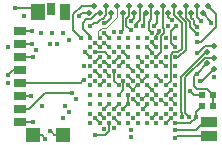
<source format=gbr>
G04 #@! TF.GenerationSoftware,KiCad,Pcbnew,(5.1.0)-1*
G04 #@! TF.CreationDate,2019-09-19T19:12:11-07:00*
G04 #@! TF.ProjectId,WireFreeV4_Release,57697265-4672-4656-9556-345f52656c65,rev?*
G04 #@! TF.SameCoordinates,Original*
G04 #@! TF.FileFunction,Copper,L1,Top*
G04 #@! TF.FilePolarity,Positive*
%FSLAX46Y46*%
G04 Gerber Fmt 4.6, Leading zero omitted, Abs format (unit mm)*
G04 Created by KiCad (PCBNEW (5.1.0)-1) date 2019-09-19 19:12:11*
%MOMM*%
%LPD*%
G04 APERTURE LIST*
%ADD10C,0.370000*%
%ADD11C,0.508000*%
%ADD12R,1.320800X0.812800*%
%ADD13R,0.900000X1.400000*%
%ADD14R,0.700000X1.000000*%
%ADD15R,1.200000X1.450000*%
%ADD16R,1.000000X0.700000*%
%ADD17R,1.200000X1.150000*%
%ADD18R,0.580000X0.630000*%
%ADD19C,0.450000*%
%ADD20C,0.152400*%
%ADD21C,0.101600*%
G04 APERTURE END LIST*
D10*
X124864400Y-91738220D03*
X125664400Y-91738220D03*
X126464400Y-91738220D03*
X127264400Y-91738220D03*
X128064400Y-91738220D03*
X128864400Y-91738220D03*
X129664400Y-91738220D03*
X130464400Y-91738220D03*
X131264400Y-91738220D03*
X132064400Y-91738220D03*
X124864400Y-92538220D03*
X125664400Y-92538220D03*
X126464400Y-92538220D03*
X127264400Y-92538220D03*
X128064400Y-92538220D03*
X128864400Y-92538220D03*
X129664400Y-92538220D03*
X130464400Y-92538220D03*
X131264400Y-92538220D03*
X132064400Y-92538220D03*
X124864400Y-93338220D03*
X125664400Y-93338220D03*
X126464400Y-93338220D03*
X127264400Y-93338220D03*
X128064400Y-93338220D03*
X128864400Y-93338220D03*
X129664400Y-93338220D03*
X130464400Y-93338220D03*
X131264400Y-93338220D03*
X132064400Y-93338220D03*
X124864400Y-94138220D03*
X125664400Y-94138220D03*
X126464400Y-94138220D03*
X127264400Y-94138220D03*
X128064400Y-94138220D03*
X128864400Y-94138220D03*
X129664400Y-94138220D03*
X130464400Y-94138220D03*
X131264400Y-94138220D03*
X132064400Y-94138220D03*
X124864400Y-94938220D03*
X125664400Y-94938220D03*
X126464400Y-94938220D03*
X127264400Y-94938220D03*
X128064400Y-94938220D03*
X128864400Y-94938220D03*
X129664400Y-94938220D03*
X130464400Y-94938220D03*
X131264400Y-94938220D03*
X132064400Y-94938220D03*
X124864400Y-95738220D03*
X125664400Y-95738220D03*
X126464400Y-95738220D03*
X127264400Y-95738220D03*
X128064400Y-95738220D03*
X128864400Y-95738220D03*
X129664400Y-95738220D03*
X130464400Y-95738220D03*
X131264400Y-95738220D03*
X132064400Y-95738220D03*
X124864400Y-96538220D03*
X125664400Y-96538220D03*
X126464400Y-96538220D03*
X127264400Y-96538220D03*
X128064400Y-96538220D03*
X128864400Y-96538220D03*
X129664400Y-96538220D03*
X130464400Y-96538220D03*
X131264400Y-96538220D03*
X132064400Y-96538220D03*
X124864400Y-97338220D03*
X125664400Y-97338220D03*
X126464400Y-97338220D03*
X127264400Y-97338220D03*
X128064400Y-97338220D03*
X128864400Y-97338220D03*
X129664400Y-97338220D03*
X130464400Y-97338220D03*
X131264400Y-97338220D03*
X132064400Y-97338220D03*
X124864400Y-98138220D03*
X125664400Y-98138220D03*
X126464400Y-98138220D03*
X127264400Y-98138220D03*
X128064400Y-98138220D03*
X128864400Y-98138220D03*
X129664400Y-98138220D03*
X130464400Y-98138220D03*
X131264400Y-98138220D03*
X132064400Y-98138220D03*
X124864400Y-98938220D03*
X125664400Y-98938220D03*
X126464400Y-98938220D03*
X127264400Y-98938220D03*
X128064400Y-98938220D03*
X128864400Y-98938220D03*
X129664400Y-98938220D03*
X130464400Y-98938220D03*
X131264400Y-98938220D03*
X132064400Y-98938220D03*
D11*
X134858759Y-89049860D03*
X134376160Y-89659460D03*
X133893550Y-89049860D03*
X133410951Y-89659460D03*
X132928351Y-89049860D03*
X132445752Y-89659460D03*
X131963152Y-89049860D03*
X131480553Y-89659460D03*
X130997953Y-89049860D03*
X130515354Y-89659460D03*
X130032754Y-89049860D03*
X129550155Y-89659460D03*
X129067555Y-89049860D03*
X128584956Y-89659460D03*
X128102356Y-89049860D03*
X127619757Y-89659460D03*
X127137157Y-89049860D03*
X126654558Y-89659460D03*
X126171958Y-89049860D03*
X125689359Y-89659460D03*
X125206759Y-89049860D03*
X124724160Y-89659460D03*
D12*
X134927340Y-98884740D03*
X134927340Y-100027740D03*
D13*
X122725500Y-89496000D03*
D14*
X121575500Y-89296000D03*
D15*
X120425500Y-89521000D03*
D16*
X118935500Y-91146000D03*
X118935500Y-92246000D03*
X118935500Y-97746000D03*
X118935500Y-96646000D03*
X118935500Y-93346000D03*
X118935500Y-94446000D03*
X118935500Y-95546000D03*
X118935500Y-98846000D03*
D17*
X119985500Y-99921000D03*
X122575500Y-99921000D03*
D11*
X135333740Y-92433140D03*
X134724140Y-92915739D03*
X135333740Y-93398339D03*
X134724140Y-93880938D03*
X135333740Y-94363538D03*
D18*
X135214860Y-97487740D03*
X134324860Y-97487740D03*
X135214860Y-96563180D03*
X134324860Y-96563180D03*
D19*
X119829580Y-96649540D03*
X122580400Y-98501200D03*
X125242320Y-99933760D03*
X128292860Y-100162360D03*
X124310140Y-94089220D03*
X120238520Y-92781120D03*
X117891560Y-92504260D03*
X121066560Y-100279200D03*
X121452640Y-99585780D03*
X118518940Y-89171780D03*
X128463040Y-98536760D03*
X132062220Y-99501960D03*
X131660900Y-97750840D03*
X129265680Y-96936560D03*
X129293620Y-97750840D03*
X130063240Y-96124820D03*
X126865380Y-94548341D03*
X126862840Y-92937120D03*
X129265380Y-95353952D03*
X128468120Y-95353952D03*
X125260100Y-95359895D03*
X123063000Y-91948000D03*
X133858000Y-94767400D03*
X130248660Y-90728800D03*
X132036820Y-100208080D03*
X126842520Y-91269820D03*
X122717560Y-97482660D03*
X126039880Y-99402900D03*
X119234540Y-89855720D03*
X128468097Y-96124820D03*
X130863340Y-96945240D03*
X128468120Y-96930420D03*
X127662940Y-93742739D03*
X130867360Y-95353952D03*
X130065780Y-91340940D03*
X130061750Y-93734670D03*
X122084750Y-92276010D03*
X122593100Y-91315540D03*
X135351520Y-95039180D03*
X117894100Y-94896940D03*
X123040140Y-98031300D03*
X123642118Y-96923860D03*
X135063920Y-90474800D03*
X131476805Y-90747319D03*
X134148610Y-95412560D03*
X131658360Y-98553060D03*
X133319520Y-96248220D03*
X133786880Y-98397060D03*
X130063240Y-98536760D03*
X127662940Y-95353952D03*
X130864009Y-98536938D03*
X130060700Y-96939100D03*
X127654260Y-97750840D03*
X128463040Y-94543251D03*
X119895620Y-91147900D03*
X119903240Y-92240100D03*
X123342203Y-96419967D03*
X119987060Y-93345000D03*
X124336722Y-95276717D03*
X119989600Y-98846640D03*
X123918980Y-89910920D03*
X132097780Y-90751660D03*
X127662940Y-92932049D03*
X124104400Y-91734638D03*
X124866398Y-90726260D03*
X129249618Y-94543880D03*
X126062740Y-92128959D03*
X125997750Y-90504767D03*
X127451406Y-91262011D03*
X130063240Y-92116690D03*
X128269350Y-91089712D03*
X125256080Y-92137450D03*
X124454920Y-92928440D03*
X128289260Y-90335100D03*
X128754707Y-90749120D03*
X125265180Y-93748672D03*
X129307240Y-90752580D03*
X125265180Y-94554283D03*
X131790440Y-90251280D03*
X130063240Y-92995970D03*
X130872440Y-93734670D03*
X133920450Y-91417140D03*
X130642360Y-91180920D03*
X133920450Y-90832212D03*
X129261863Y-93737220D03*
X134222000Y-90288996D03*
X131663440Y-96139000D03*
X133920450Y-92046681D03*
X126853977Y-93742730D03*
X125265180Y-98539300D03*
X121460260Y-92252800D03*
X125265180Y-92943061D03*
X120810020Y-97459800D03*
X125992680Y-91310368D03*
X126858235Y-98535215D03*
X126848650Y-97750850D03*
X133920450Y-93050297D03*
X126067820Y-94554283D03*
X126060200Y-97744280D03*
X132615940Y-98397060D03*
X128295400Y-99491800D03*
X126060200Y-98536760D03*
X126870460Y-99380040D03*
X133207760Y-98397060D03*
X131664574Y-96936139D03*
X117899180Y-95547180D03*
X126065280Y-93742309D03*
X120672429Y-91277440D03*
X126065280Y-95338900D03*
X121612660Y-91335860D03*
D20*
X118935500Y-96646000D02*
X119826040Y-96646000D01*
X119826040Y-96646000D02*
X119829580Y-96649540D01*
X119985500Y-99921000D02*
X120737900Y-99921000D01*
X121066560Y-100249660D02*
X121066560Y-100279200D01*
X120737900Y-99921000D02*
X121066560Y-100249660D01*
X122575500Y-99921000D02*
X121787860Y-99921000D01*
X121677639Y-99810779D02*
X121452640Y-99585780D01*
X121787860Y-99921000D02*
X121677639Y-99810779D01*
X120076280Y-89171780D02*
X118518940Y-89171780D01*
X120425500Y-89521000D02*
X120076280Y-89171780D01*
X135214860Y-97487740D02*
X135214860Y-96563180D01*
X133832600Y-99501960D02*
X132062220Y-99501960D01*
X134940040Y-98645980D02*
X134686040Y-98645980D01*
X134688580Y-98645980D02*
X133832600Y-99501960D01*
X129664400Y-97338220D02*
X129664400Y-97335280D01*
X129664020Y-96538220D02*
X129265680Y-96936560D01*
X129664400Y-96538220D02*
X129664020Y-96538220D01*
X129664400Y-97380060D02*
X129293620Y-97750840D01*
X129664400Y-97338220D02*
X129664400Y-97380060D01*
X130464400Y-96538220D02*
X130464400Y-96525980D01*
X130464400Y-96525980D02*
X130063240Y-96124820D01*
X129676640Y-95738220D02*
X130063240Y-96124820D01*
X129664400Y-95738220D02*
X129676640Y-95738220D01*
X125560518Y-99933760D02*
X125242320Y-99933760D01*
X126105166Y-99933760D02*
X125560518Y-99933760D01*
X126464400Y-99574526D02*
X126105166Y-99933760D01*
X126464400Y-98938220D02*
X126464400Y-99574526D01*
X127264400Y-95738220D02*
X126865380Y-95339200D01*
X126865380Y-94866539D02*
X126865380Y-94548341D01*
X126865380Y-95339200D02*
X126865380Y-94866539D01*
X128468120Y-95341940D02*
X128468120Y-95353952D01*
X129265380Y-95339200D02*
X129265380Y-95353952D01*
X128064400Y-94938220D02*
X128468120Y-95341940D01*
X129265380Y-95337240D02*
X129265380Y-95353952D01*
X128864400Y-94938220D02*
X129265380Y-95339200D01*
X129664400Y-94938220D02*
X129265380Y-95337240D01*
X133858000Y-94747078D02*
X133858000Y-94767400D01*
X135214860Y-96563180D02*
X135214860Y-96538180D01*
X134724140Y-93880938D02*
X133858000Y-94747078D01*
X134722818Y-96046138D02*
X133917538Y-96046138D01*
X133633001Y-94992399D02*
X133858000Y-94767400D01*
X135214860Y-96538180D02*
X134722818Y-96046138D01*
X133633001Y-95761601D02*
X133633001Y-94992399D01*
X133917538Y-96046138D02*
X133633001Y-95761601D01*
X130515354Y-90462106D02*
X130515354Y-89659460D01*
X130515354Y-90462106D02*
X130248660Y-90728800D01*
X134927340Y-100027740D02*
X132217160Y-100027740D01*
X132217160Y-100027740D02*
X132036820Y-100208080D01*
X128064400Y-95738220D02*
X128081497Y-95738220D01*
X128081497Y-95738220D02*
X128468097Y-96124820D01*
X128854697Y-95738220D02*
X128468097Y-96124820D01*
X128864400Y-95738220D02*
X128854697Y-95738220D01*
X131264400Y-97338220D02*
X131256320Y-97338220D01*
X131256320Y-97338220D02*
X130863340Y-96945240D01*
X128864400Y-97338220D02*
X128864400Y-97326700D01*
X128864400Y-97326700D02*
X128468120Y-96930420D01*
X127659881Y-93742739D02*
X127662940Y-93742739D01*
X127264400Y-94138220D02*
X127659881Y-93742739D01*
X130867360Y-95341180D02*
X130867360Y-95353952D01*
X130464400Y-94938220D02*
X130867360Y-95341180D01*
X130032754Y-89409070D02*
X130032754Y-89049860D01*
X130032754Y-90129366D02*
X130032754Y-89409070D01*
X129813652Y-90348468D02*
X130032754Y-90129366D01*
X130065780Y-91340940D02*
X129813652Y-91088812D01*
X129813652Y-91088812D02*
X129813652Y-90348468D01*
X118935500Y-94446000D02*
X118345040Y-94446000D01*
X118345040Y-94446000D02*
X117894100Y-94896940D01*
X135063920Y-90347220D02*
X135063920Y-90474800D01*
X134376160Y-89659460D02*
X135063920Y-90347220D01*
X134284718Y-95412560D02*
X134148610Y-95412560D01*
X135333740Y-94363538D02*
X134284718Y-95412560D01*
X131264400Y-98938220D02*
X131273200Y-98938220D01*
X131273200Y-98938220D02*
X131658360Y-98553060D01*
X134324860Y-96563180D02*
X133634480Y-96563180D01*
X133544519Y-96473219D02*
X133319520Y-96248220D01*
X133634480Y-96563180D02*
X133544519Y-96473219D01*
X133786880Y-98025720D02*
X134324860Y-97487740D01*
X133786880Y-98493120D02*
X133786880Y-98397060D01*
X132064400Y-98938220D02*
X133341780Y-98938220D01*
X133341780Y-98938220D02*
X133786880Y-98493120D01*
X133786880Y-98397060D02*
X133786880Y-98025720D01*
X130065860Y-98536760D02*
X130464400Y-98138220D01*
X130063240Y-98536760D02*
X130065860Y-98536760D01*
X127264400Y-96538220D02*
X127662940Y-96139680D01*
X127662940Y-95672150D02*
X127662940Y-95353952D01*
X127662940Y-96139680D02*
X127662940Y-95672150D01*
X128064400Y-94138220D02*
X128064400Y-94144611D01*
X128064400Y-94144611D02*
X128463040Y-94543251D01*
X130464400Y-97338220D02*
X130459820Y-97338220D01*
X130459820Y-97338220D02*
X130060700Y-96939100D01*
X128064400Y-97340700D02*
X127654260Y-97750840D01*
X128064400Y-97338220D02*
X128064400Y-97340700D01*
X128064400Y-96538220D02*
X128064400Y-97338220D01*
X118937400Y-91147900D02*
X118935500Y-91146000D01*
X119895620Y-91147900D02*
X118937400Y-91147900D01*
X118941400Y-92240100D02*
X118935500Y-92246000D01*
X119903240Y-92240100D02*
X118941400Y-92240100D01*
X123024005Y-96419967D02*
X123342203Y-96419967D01*
X119713560Y-97746000D02*
X121039593Y-96419967D01*
X121039593Y-96419967D02*
X123024005Y-96419967D01*
X118935500Y-97746000D02*
X119713560Y-97746000D01*
X118936500Y-93345000D02*
X118935500Y-93346000D01*
X119987060Y-93345000D02*
X118936500Y-93345000D01*
X124111723Y-95501716D02*
X124336722Y-95276717D01*
X124067439Y-95546000D02*
X124111723Y-95501716D01*
X118935500Y-95546000D02*
X124067439Y-95546000D01*
X118936140Y-98846640D02*
X118935500Y-98846000D01*
X119989600Y-98846640D02*
X118936140Y-98846640D01*
X123918980Y-89905840D02*
X123918980Y-89910920D01*
X124170440Y-89659460D02*
X124724160Y-89659460D01*
X123918980Y-89910920D02*
X124170440Y-89659460D01*
X131663032Y-91186408D02*
X132097780Y-90751660D01*
X132064400Y-92538220D02*
X131663032Y-92136852D01*
X131663032Y-92136852D02*
X131663032Y-91186408D01*
X128064400Y-93338220D02*
X128064400Y-93337520D01*
X128064400Y-93337520D02*
X127662940Y-92936060D01*
X127662940Y-92936060D02*
X127662940Y-92932049D01*
X124847549Y-89049860D02*
X125206759Y-89049860D01*
X124128138Y-89049860D02*
X124847549Y-89049860D01*
X123431300Y-89746698D02*
X124128138Y-89049860D01*
X124104400Y-91734638D02*
X123431300Y-91061538D01*
X123431300Y-91061538D02*
X123431300Y-89746698D01*
X124864400Y-91582780D02*
X124864400Y-91738220D01*
X125689359Y-89659460D02*
X125460760Y-89659460D01*
X124955100Y-90165120D02*
X124534840Y-90165120D01*
X124534840Y-90165120D02*
X124243639Y-90456321D01*
X125460760Y-89659460D02*
X124955100Y-90165120D01*
X124243639Y-90456321D02*
X124243639Y-90962019D01*
X124243639Y-90962019D02*
X124864400Y-91582780D01*
X128864400Y-94138220D02*
X128864400Y-94135960D01*
X126171958Y-89765076D02*
X126171958Y-89049860D01*
X128864400Y-94158662D02*
X129249618Y-94543880D01*
X128864400Y-94138220D02*
X128864400Y-94158662D01*
X125153418Y-90439240D02*
X124866398Y-90726260D01*
X125455680Y-90439240D02*
X125153418Y-90439240D01*
X125803659Y-90091261D02*
X125455680Y-90439240D01*
X125896624Y-90091261D02*
X125803659Y-90091261D01*
X126171958Y-89710260D02*
X126171958Y-89815927D01*
X126171958Y-89815927D02*
X125896624Y-90091261D01*
X126062740Y-92136560D02*
X126062740Y-92128959D01*
X126464400Y-92538220D02*
X126062740Y-92136560D01*
X126168461Y-90504767D02*
X125997750Y-90504767D01*
X126654558Y-90018670D02*
X126168461Y-90504767D01*
X126654558Y-89659460D02*
X126654558Y-90018670D01*
D21*
X127137157Y-89409070D02*
X127137157Y-89049860D01*
X125664400Y-91738220D02*
X125542040Y-91615860D01*
X125542040Y-91182709D02*
X125812432Y-90912317D01*
X125812432Y-90912317D02*
X126171698Y-90912317D01*
X125542040Y-91615860D02*
X125542040Y-91182709D01*
X126171698Y-90912317D02*
X127137157Y-89946858D01*
X127137157Y-89946858D02*
X127137157Y-89409070D01*
D20*
X127619757Y-91093660D02*
X127451406Y-91262011D01*
X127619757Y-90218263D02*
X127619757Y-89659460D01*
X127619757Y-91093660D02*
X127619757Y-90218263D01*
X130063240Y-92137060D02*
X130063240Y-92116690D01*
X130464400Y-92538220D02*
X130063240Y-92137060D01*
X125267720Y-92141540D02*
X125267720Y-92128959D01*
X125664400Y-92538220D02*
X125267720Y-92141540D01*
X125263630Y-92137450D02*
X125256080Y-92137450D01*
X125267720Y-92141540D02*
X125263630Y-92137450D01*
X128102356Y-89885524D02*
X128102356Y-89049860D01*
X127886460Y-90101420D02*
X128102356Y-89885524D01*
X128269350Y-91089712D02*
X127886460Y-90706822D01*
X127886460Y-90706822D02*
X127886460Y-90101420D01*
X124864400Y-93338220D02*
X124864400Y-93337920D01*
X124864400Y-93337920D02*
X124454920Y-92928440D01*
X128584956Y-90039404D02*
X128289260Y-90335100D01*
X128584956Y-90039404D02*
X128584956Y-89659460D01*
X125664400Y-93338220D02*
X125664400Y-93348580D01*
X125664400Y-93338220D02*
X125265180Y-93737440D01*
X125265180Y-93737440D02*
X125265180Y-93748672D01*
X129067555Y-89409070D02*
X129067555Y-89049860D01*
X129067555Y-90256365D02*
X129067555Y-89409070D01*
X128754707Y-90749120D02*
X128754707Y-90569213D01*
X128754707Y-90569213D02*
X129067555Y-90256365D01*
X125280463Y-94554283D02*
X125265180Y-94554283D01*
X125664400Y-94938220D02*
X125280463Y-94554283D01*
X129442288Y-89767327D02*
X129550155Y-89659460D01*
X129307240Y-90752580D02*
X129442288Y-90617532D01*
X129442288Y-90617532D02*
X129442288Y-89767327D01*
X130997953Y-90891353D02*
X130997953Y-89049860D01*
X131089297Y-90982697D02*
X130997953Y-90891353D01*
X131089297Y-91345219D02*
X131089297Y-90982697D01*
X130862493Y-91572023D02*
X131089297Y-91345219D01*
X130464400Y-93338220D02*
X130862493Y-92940127D01*
X130862493Y-92940127D02*
X130862493Y-91572023D01*
X131480553Y-89941393D02*
X131790440Y-90251280D01*
X131480553Y-89659460D02*
X131480553Y-89941393D01*
X129664400Y-92538220D02*
X130063240Y-92937060D01*
X130063240Y-92937060D02*
X130063240Y-92995970D01*
X131963152Y-89409070D02*
X131963152Y-89049860D01*
X131963152Y-89816893D02*
X131963152Y-89409070D01*
X131665400Y-95337220D02*
X131665400Y-93152440D01*
X131264400Y-95738220D02*
X131665400Y-95337220D01*
X131665400Y-93152440D02*
X131875519Y-92942321D01*
X132595620Y-90449361D02*
X131963152Y-89816893D01*
X131875519Y-92942321D02*
X132297259Y-92942321D01*
X132297259Y-92942321D02*
X132595620Y-92643960D01*
X132595620Y-92643960D02*
X132595620Y-90449361D01*
X132326029Y-93338220D02*
X132064400Y-93338220D01*
X132948632Y-92715617D02*
X132326029Y-93338220D01*
X132948632Y-90414362D02*
X132948632Y-92715617D01*
X132445752Y-89659460D02*
X132445752Y-89911482D01*
X132445752Y-89911482D02*
X132948632Y-90414362D01*
X131264400Y-94138220D02*
X131264400Y-94137220D01*
X131264400Y-94138220D02*
X130872440Y-93746260D01*
X130872440Y-93746260D02*
X130872440Y-93734670D01*
X133286500Y-90783190D02*
X133695451Y-91192141D01*
X132928351Y-89049860D02*
X132928351Y-90018014D01*
X133286500Y-90376163D02*
X133286500Y-90783190D01*
X132928351Y-90018014D02*
X133286500Y-90376163D01*
X133695451Y-91192141D02*
X133920450Y-91417140D01*
X130642360Y-91298631D02*
X130642360Y-91180920D01*
X130464400Y-91738220D02*
X130464400Y-91476591D01*
X130464400Y-91476591D02*
X130642360Y-91298631D01*
X133639571Y-90247290D02*
X133639571Y-90551333D01*
X133639571Y-90551333D02*
X133695451Y-90607213D01*
X133410951Y-90018670D02*
X133639571Y-90247290D01*
X133410951Y-89659460D02*
X133410951Y-90018670D01*
X133695451Y-90607213D02*
X133920450Y-90832212D01*
X128864400Y-93338220D02*
X128864400Y-93339757D01*
X128864400Y-93339757D02*
X129261863Y-93737220D01*
X133893550Y-89960546D02*
X134222000Y-90288996D01*
X133893550Y-89049860D02*
X133893550Y-89960546D01*
X131264400Y-96538220D02*
X131264400Y-96538040D01*
X131264400Y-96538040D02*
X131663440Y-96139000D01*
X134858759Y-89049860D02*
X135487619Y-89678720D01*
X135487619Y-90797710D02*
X134238648Y-92046681D01*
X134238648Y-92046681D02*
X133920450Y-92046681D01*
X135487619Y-89678720D02*
X135487619Y-90797710D01*
X127264400Y-93338220D02*
X126859890Y-93742730D01*
X126859890Y-93742730D02*
X126853977Y-93742730D01*
X125664400Y-98938220D02*
X125664100Y-98938220D01*
X125664100Y-98938220D02*
X125265180Y-98539300D01*
X125583378Y-92943061D02*
X125265180Y-92943061D01*
X126069241Y-92943061D02*
X125583378Y-92943061D01*
X126464400Y-93338220D02*
X126069241Y-92943061D01*
X126420532Y-91738220D02*
X125992680Y-91310368D01*
X126464400Y-91738220D02*
X126420532Y-91738220D01*
X126861395Y-98535215D02*
X126858235Y-98535215D01*
X127264400Y-98938220D02*
X126861395Y-98535215D01*
X127264400Y-97338220D02*
X126851770Y-97750850D01*
X126851770Y-97750850D02*
X126848650Y-97750850D01*
X126464400Y-94938220D02*
X126464400Y-94935380D01*
X135333740Y-92433140D02*
X134537607Y-92433140D01*
X134145449Y-92825298D02*
X133920450Y-93050297D01*
X134537607Y-92433140D02*
X134145449Y-92825298D01*
X126080463Y-94554283D02*
X126067820Y-94554283D01*
X126464400Y-94938220D02*
X126080463Y-94554283D01*
X126464400Y-97338220D02*
X126464400Y-97340080D01*
X126464400Y-97340080D02*
X126060200Y-97744280D01*
X132615940Y-98078862D02*
X132615940Y-98397060D01*
X132537035Y-97999957D02*
X132615940Y-98078862D01*
X132537035Y-95041152D02*
X132537035Y-97999957D01*
X134724140Y-92915739D02*
X134662448Y-92915739D01*
X134662448Y-92915739D02*
X132537035Y-95041152D01*
X125664400Y-98138220D02*
X125664400Y-98140960D01*
X125664400Y-98140960D02*
X126060200Y-98536760D01*
X132982761Y-98172061D02*
X133207760Y-98397060D01*
X132883414Y-98072714D02*
X132982761Y-98172061D01*
X132883414Y-95078803D02*
X132883414Y-98072714D01*
X135333740Y-93398339D02*
X134563878Y-93398339D01*
X134563878Y-93398339D02*
X132883414Y-95078803D01*
X132064400Y-97338220D02*
X132064400Y-97335965D01*
X132064400Y-97335965D02*
X131664574Y-96936139D01*
X126068489Y-93742309D02*
X126065280Y-93742309D01*
X126464400Y-94138220D02*
X126068489Y-93742309D01*
X125664400Y-95738220D02*
X125665960Y-95738220D01*
X125665960Y-95738220D02*
X126065280Y-95338900D01*
M02*

</source>
